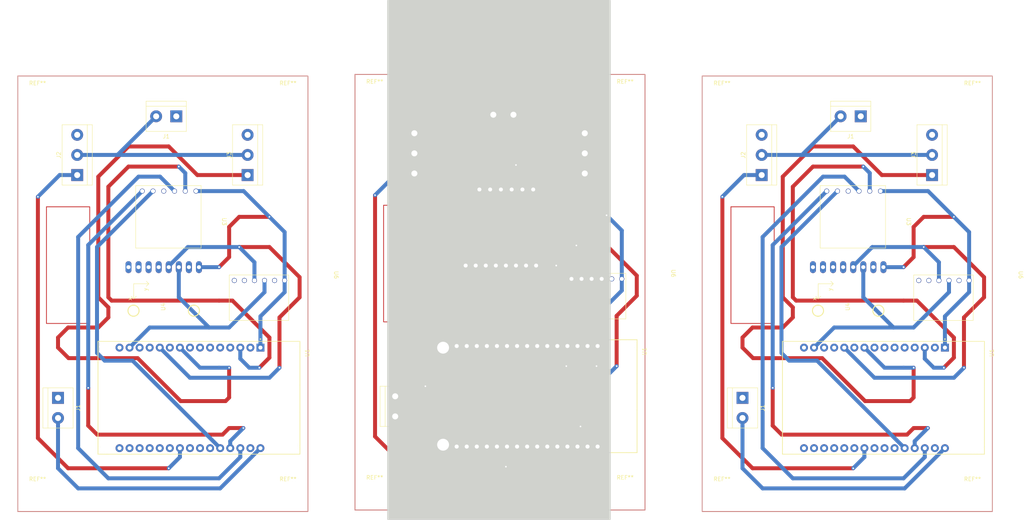
<source format=kicad_pcb>
(kicad_pcb (version 20211014) (generator pcbnew)
  (title_block (title "Ganímedes Project - Control PCB") (date "2023-05-26") (rev "1") (company "Projeto Jupiter") (comment 1 "Projected by Lucas Wu Jiajun"))
  (layers (0 "F.Cu" signal) (31 "B.Cu" signal) (34 "B.Paste" user) (35 "F.Paste" user) (36 "B.SilkS" user "B.Silkscreen") (37 "F.SilkS" user "F.Silkscreen") (38 "B.Mask" user) (39 "F.Mask" user) (44 "Edge.Cuts" user))
  (net 0 "")
  (net 1 "GND")
  (net 2 "VCC")
  (net 3 "/PWM 1")
  (net 4 "/PWM 2")
  (net 5 "/3v3")
  (net 6 "/CS")
  (net 7 "/HWP")
  (net 8 "/HHD")
  (net 12 "/SDA")
  (net 15 "/SCL")
  (net 25 "/HCLK")
  (net 26 "/HMISO")
  (net 27 "/HMOSI")
  (footprint "MountingHole:MountingHole_2.2mm_M2" (layer "F.Cu") (at 205.9 153.66)
    (fp_text reference "REF**")
    (fp_text value "MountingHole_2.2mm_M2")
  )
  (footprint "MountingHole:MountingHole_2.2mm_M2" (layer "F.Cu") (at 269.1 53.66)
    (fp_text reference "REF**")
    (fp_text value "MountingHole_2.2mm_M2")
  )
  (footprint "GY-521:GY-521" (layer "F.Cu") (at 246.62 96.92 -90)
    (fp_text reference "U4")
    (fp_text value "GY-521 - Sensor 1")
  )
  (footprint "MountingHole:MountingHole_2.2mm_M2" (layer "F.Cu") (at 118.26 53.26)
    (fp_text reference "REF**")
    (fp_text value "MountingHole_2.2mm_M2")
  )
  (footprint "TerminalBlock:TerminalBlock_bornier-2_P5.08mm" (layer "F.Cu") (at 153.26 58.42 180)
    (fp_text reference "J1")
    (fp_text value "Power Supply")
  )
  (footprint "TerminalBlock:TerminalBlock_bornier-3_P5.08mm" (layer "F.Cu") (at 171.26 73.26 90)
    (fp_text reference "J3")
    (fp_text value "Conn_01x03_Male")
  )
  (footprint "TerminalBlock:TerminalBlock_bornier-3_P5.08mm" (layer "F.Cu") (at 215.9 73.66 90)
    (fp_text reference "J2")
    (fp_text value "Conn_01x03_Male")
  )
  (footprint "Jupiter:GY BMP280" (layer "F.Cu") (at 269.265 98.885 -90)
    (fp_text reference "U6")
    (fp_text value "GY-BMP280")
  )
  (footprint "MountingHole:MountingHole_2.2mm_M2" (layer "F.Cu") (at 118.26 153.26)
    (fp_text reference "REF**")
    (fp_text value "MountingHole_2.2mm_M2")
  )
  (footprint "Jupiter:FlashMemory W25Q128" (layer "F.Cu") (at 159.515 87.3075 -90)
    (fp_text reference "U3")
    (fp_text value "FlashMemory_W25Q128")
  )
  (footprint "TerminalBlock:TerminalBlock_bornier-2_P5.08mm" (layer "F.Cu") (at 123.42 129.54 -90)
    (fp_text reference "J1")
    (fp_text value "Power Supply")
  )
  (footprint "TerminalBlock:TerminalBlock_bornier-2_P5.08mm" (layer "F.Cu") (at 240.9 58.82 180)
    (fp_text reference "J1")
    (fp_text value "Power Supply")
  )
  (footprint "TerminalBlock:TerminalBlock_bornier-2_P5.08mm" (layer "F.Cu") (at 68.18 58.82 180)
    (fp_text reference "J1")
    (fp_text value "Power Supply")
  )
  (footprint "TerminalBlock:TerminalBlock_bornier-2_P5.08mm" (layer "F.Cu") (at 211.06 129.94 -90)
    (fp_text reference "J1")
    (fp_text value "Power Supply")
  )
  (footprint "MountingHole:MountingHole_2.2mm_M2" (layer "F.Cu") (at 181.46 53.26)
    (fp_text reference "REF**")
    (fp_text value "MountingHole_2.2mm_M2")
  )
  (footprint "TerminalBlock:TerminalBlock_bornier-3_P5.08mm" (layer "F.Cu") (at 86.18 73.66 90)
    (fp_text reference "J3")
    (fp_text value "Conn_01x03_Male")
  )
  (footprint "Jupiter:FlashMemory W25Q128" (layer "F.Cu") (at 247.155 87.7075 -90)
    (fp_text reference "U3")
    (fp_text value "FlashMemory_W25Q128")
  )
  (footprint "MountingHole:MountingHole_2.2mm_M2" (layer "F.Cu") (at 181.46 153.26)
    (fp_text reference "REF**")
    (fp_text value "MountingHole_2.2mm_M2")
  )
  (footprint "ESP32-DEVKIT-V1:MODULE_ESP32_DEVKIT_V1" (layer "F.Cu") (at 158.98 129.54 -90)
    (fp_text reference "U1")
    (fp_text value "ESP32-DEVKIT-V1")
  )
  (footprint "Jupiter:GY BMP280" (layer "F.Cu") (at 96.545 98.885 -90)
    (fp_text reference "U6")
    (fp_text value "GY-BMP280")
  )
  (footprint "ESP32-DEVKIT-V1:MODULE_ESP32_DEVKIT_V1" (layer "F.Cu") (at 246.62 129.94 -90)
    (fp_text reference "U1")
    (fp_text value "ESP32-DEVKIT-V1")
  )
  (footprint "MountingHole:MountingHole_2.2mm_M2" (layer "F.Cu") (at 205.9 53.66)
    (fp_text reference "REF**")
    (fp_text value "MountingHole_2.2mm_M2")
  )
  (footprint "GY-521:GY-521" (layer "F.Cu") (at 158.98 96.52 -90)
    (fp_text reference "U4")
    (fp_text value "GY-521 - Sensor 1")
  )
  (footprint "MountingHole:MountingHole_2.2mm_M2" (layer "F.Cu") (at 96.38 153.66)
    (fp_text reference "REF**")
    (fp_text value "MountingHole_2.2mm_M2")
  )
  (footprint "TerminalBlock:TerminalBlock_bornier-3_P5.08mm" (layer "F.Cu") (at 128.26 73.26 90)
    (fp_text reference "J2")
    (fp_text value "Conn_01x03_Male")
  )
  (footprint "Symbol:Logo_Preto - Copia" (layer "F.Cu") (at 38.975 96.412 90)
    (fp_text reference "G***" hide)
    (fp_text value "LOGO" hide)
  )
  (footprint "Symbol:Logo_Preto - Copia" (layer "F.Cu") (at 124.055 96.012 90)
    (fp_text reference "G***" hide)
    (fp_text value "LOGO" hide)
  )
  (footprint "MountingHole:MountingHole_2.2mm_M2" (layer "F.Cu") (at 33.18 53.66)
    (fp_text reference "REF**")
    (fp_text value "MountingHole_2.2mm_M2")
  )
  (footprint "TerminalBlock:TerminalBlock_bornier-3_P5.08mm" (layer "F.Cu") (at 258.9 73.66 90)
    (fp_text reference "J3")
    (fp_text value "Conn_01x03_Male")
  )
  (footprint "Symbol:Logo_Preto - Copia" (layer "F.Cu") (at 211.695 96.412 90)
    (fp_text reference "G***" hide)
    (fp_text value "LOGO" hide)
  )
  (footprint "TerminalBlock:TerminalBlock_bornier-3_P5.08mm" (layer "F.Cu") (at 43.18 73.66 90)
    (fp_text reference "J2")
    (fp_text value "Conn_01x03_Male")
  )
  (footprint "ESP32-DEVKIT-V1:MODULE_ESP32_DEVKIT_V1" (layer "F.Cu") (at 73.9 129.94 -90)
    (fp_text reference "U1")
    (fp_text value "ESP32-DEVKIT-V1")
  )
  (footprint "Jupiter:FlashMemory W25Q128" (layer "F.Cu") (at 74.435 87.7075 -90)
    (fp_text reference "U3")
    (fp_text value "FlashMemory_W25Q128")
  )
  (footprint "MountingHole:MountingHole_2.2mm_M2" (layer "F.Cu") (at 269.1 153.66)
    (fp_text reference "REF**")
    (fp_text value "MountingHole_2.2mm_M2")
  )
  (footprint "GY-521:GY-521" (layer "F.Cu") (at 73.9 96.92 -90)
    (fp_text reference "U4")
    (fp_text value "GY-521 - Sensor 1")
  )
  (footprint "MountingHole:MountingHole_2.2mm_M2" (layer "F.Cu") (at 33.18 153.66)
    (fp_text reference "REF**")
    (fp_text value "MountingHole_2.2mm_M2")
  )
  (footprint "Jupiter:GY BMP280" (layer "F.Cu") (at 181.625 98.485 -90)
    (fp_text reference "U6")
    (fp_text value "GY-BMP280")
  )
  (footprint "TerminalBlock:TerminalBlock_bornier-2_P5.08mm" (layer "F.Cu") (at 38.34 129.94 -90)
    (fp_text reference "J1")
    (fp_text value "Power Supply")
  )
  (footprint "MountingHole:MountingHole_2.2mm_M2" (layer "F.Cu") (at 96.38 53.66)
    (fp_text reference "REF**")
    (fp_text value "MountingHole_2.2mm_M2")
  )
  (gr_rect (start 35.419 81.68) (end 46.341 111.144) (layer "F.Cu") (width 0.2) (fill none))
  (gr_rect (start 28.18 48.66) (end 101.38 158.66) (layer "F.Cu") (width 0.2) (fill none))
  (gr_rect (start 200.9 48.66) (end 274.1 158.66) (layer "F.Cu") (width 0.2) (fill none))
  (gr_rect (start 113.26 48.26) (end 186.46 158.26) (layer "F.Cu") (width 0.2) (fill none))
  (gr_rect (start 208.139 81.68) (end 219.061 111.144) (layer "F.Cu") (width 0.2) (fill none))
  (gr_rect (start 120.499 81.28) (end 131.421 110.744) (layer "F.Cu") (width 0.2) (fill none))
  (gr_rect (start 200.9 48.66) (end 274.1 158.66) (layer "Edge.Cuts") (width 0.1) (fill none))
  (gr_rect (start 113.26 48.26) (end 186.46 158.26) (layer "Edge.Cuts") (width 0.1) (fill none))
  (gr_rect (start 28.18 48.66) (end 101.38 158.66) (layer "Edge.Cuts") (width 0.1) (fill none))
  (segment (start 128.5 152.4) (end 164.335 152.4) (width 1) (layer "B.Cu") (net 2))
  (segment (start 251.975 152.8) (end 262.135 142.64) (width 1) (layer "B.Cu") (net 2))
  (segment (start 138.42 68.18) (end 138.26 68.18) (width 1) (layer "B.Cu") (net 2))
  (segment (start 226.06 68.58) (end 225.9 68.58) (width 1) (layer "B.Cu") (net 2))
  (segment (start 79.255 152.8) (end 89.415 142.64) (width 1) (layer "B.Cu") (net 2))
  (segment (start 38.34 147.72) (end 43.42 152.8) (width 1) (layer "B.Cu") (net 2))
  (segment (start 53.34 68.58) (end 53.18 68.58) (width 1) (layer "B.Cu") (net 2))
  (segment (start 211.06 147.72) (end 216.14 152.8) (width 1) (layer "B.Cu") (net 2))
  (segment (start 164.335 152.4) (end 174.495 142.24) (width 1) (layer "B.Cu") (net 2))
  (segment (start 148.18 58.42) (end 138.42 68.18) (width 1) (layer "B.Cu") (net 2))
  (segment (start 63.1 58.82) (end 53.34 68.58) (width 1) (layer "B.Cu") (net 2))
  (segment (start 38.34 135.02) (end 38.34 147.72) (width 1) (layer "B.Cu") (net 2))
  (segment (start 123.42 134.62) (end 123.42 147.32) (width 1) (layer "B.Cu") (net 2))
  (segment (start 53.18 68.58) (end 43.18 68.58) (width 1) (layer "B.Cu") (net 2))
  (segment (start 43.42 152.8) (end 79.255 152.8) (width 1) (layer "B.Cu") (net 2))
  (segment (start 216.14 152.8) (end 251.975 152.8) (width 1) (layer "B.Cu") (net 2))
  (segment (start 258.9 68.58) (end 225.9 68.58) (width 1) (layer "B.Cu") (net 2))
  (segment (start 225.9 68.58) (end 215.9 68.58) (width 1) (layer "B.Cu") (net 2))
  (segment (start 211.06 135.02) (end 211.06 147.72) (width 1) (layer "B.Cu") (net 2))
  (segment (start 86.18 68.58) (end 53.18 68.58) (width 1) (layer "B.Cu") (net 2))
  (segment (start 235.82 58.82) (end 226.06 68.58) (width 1) (layer "B.Cu") (net 2))
  (segment (start 138.26 68.18) (end 128.26 68.18) (width 1) (layer "B.Cu") (net 2))
  (segment (start 171.26 68.18) (end 138.26 68.18) (width 1) (layer "B.Cu") (net 2))
  (segment (start 123.42 147.32) (end 128.5 152.4) (width 1) (layer "B.Cu") (net 2))
  (segment (start 33.26 140.1) (end 33.26 79.14) (width 1) (layer "F.Cu") (net 3))
  (segment (start 151.36 147.32) (end 125.96 147.32) (width 1) (layer "F.Cu") (net 3))
  (segment (start 213.6 147.72) (end 205.98 140.1) (width 1) (layer "F.Cu") (net 3))
  (segment (start 205.98 140.1) (end 205.98 79.14) (width 1) (layer "F.Cu") (net 3))
  (segment (start 66.28 147.72) (end 40.88 147.72) (width 1) (layer "F.Cu") (net 3))
  (segment (start 239 147.72) (end 213.6 147.72) (width 1) (layer "F.Cu") (net 3))
  (segment (start 118.34 139.7) (end 118.34 78.74) (width 1) (layer "F.Cu") (net 3))
  (segment (start 40.88 147.72) (end 33.26 140.1) (width 1) (layer "F.Cu") (net 3))
  (segment (start 125.96 147.32) (end 118.34 139.7) (width 1) (layer "F.Cu") (net 3))
  (via (at 205.98 79.14) (size 0.8) (drill 0.4) (layers "F.Cu" "B.Cu") (net 3))
  (via (at 66.28 147.72) (size 0.8) (drill 0.4) (layers "F.Cu" "B.Cu") (net 3))
  (via (at 33.26 79.14) (size 0.8) (drill 0.4) (layers "F.Cu" "B.Cu") (net 3))
  (via (at 151.36 147.32) (size 0.8) (drill 0.4) (layers "F.Cu" "B.Cu") (net 3))
  (via (at 118.34 78.74) (size 0.8) (drill 0.4) (layers "F.Cu" "B.Cu") (net 3))
  (via (at 239 147.72) (size 0.8) (drill 0.4) (layers "F.Cu" "B.Cu") (net 3))
  (segment (start 123.82 73.26) (end 118.34 78.74) (width 1) (layer "B.Cu") (net 3))
  (segment (start 38.74 73.66) (end 33.26 79.14) (width 1) (layer "B.Cu") (net 3))
  (segment (start 69.095 144.905) (end 66.28 147.72) (width 1) (layer "B.Cu") (net 3))
  (segment (start 241.815 144.905) (end 239 147.72) (width 1) (layer "B.Cu") (net 3))
  (segment (start 215.9 73.66) (end 211.46 73.66) (width 1) (layer "B.Cu") (net 3))
  (segment (start 241.815 142.64) (end 241.815 144.905) (width 1) (layer "B.Cu") (net 3))
  (segment (start 128.26 73.26) (end 123.82 73.26) (width 1) (layer "B.Cu") (net 3))
  (segment (start 154.175 144.505) (end 151.36 147.32) (width 1) (layer "B.Cu") (net 3))
  (segment (start 43.18 73.66) (end 38.74 73.66) (width 1) (layer "B.Cu") (net 3))
  (segment (start 69.095 142.64) (end 69.095 144.905) (width 1) (layer "B.Cu") (net 3))
  (segment (start 154.175 142.24) (end 154.175 144.505) (width 1) (layer "B.Cu") (net 3))
  (segment (start 211.46 73.66) (end 205.98 79.14) (width 1) (layer "B.Cu") (net 3))
  (segment (start 38.34 114.7) (end 40.88 112.16) (width 1) (layer "F.Cu") (net 4))
  (segment (start 246.22 73.66) (end 239 66.44) (width 1) (layer "F.Cu") (net 4))
  (segment (start 223.76 109.62) (end 223.76 107.08) (width 1) (layer "F.Cu") (net 4))
  (segment (start 66.28 66.44) (end 56.12 66.44) (width 1) (layer "F.Cu") (net 4))
  (segment (start 158.58 73.26) (end 151.36 66.04) (width 1) (layer "F.Cu") (net 4))
  (segment (start 141.2 66.04) (end 133.58 73.66) (width 1) (layer "F.Cu") (net 4))
  (segment (start 126.090001 119.510001) (end 123.42 116.84) (width 1) (layer "F.Cu") (net 4))
  (segment (start 242.000912 130.750136) (end 231.160777 119.910001) (width 1) (layer "F.Cu") (net 4))
  (segment (start 125.96 111.76) (end 133.58 111.76) (width 1) (layer "F.Cu") (net 4))
  (segment (start 73.5 73.66) (end 66.28 66.44) (width 1) (layer "F.Cu") (net 4))
  (segment (start 171.26 73.26) (end 158.58 73.26) (width 1) (layer "F.Cu") (net 4))
  (segment (start 258.9 73.66) (end 246.22 73.66) (width 1) (layer "F.Cu") (net 4))
  (segment (start 48.5 104.54) (end 48.5 74.06) (width 1) (layer "F.Cu") (net 4))
  (segment (start 231.160777 119.910001) (end 213.730001 119.910001) (width 1) (layer "F.Cu") (net 4))
  (segment (start 165.697128 130.350136) (end 166.6 129.447264) (width 1) (layer "F.Cu") (net 4))
  (segment (start 154.360912 130.350136) (end 143.520777 119.510001) (width 1) (layer "F.Cu") (net 4))
  (segment (start 80.617128 130.750136) (end 81.52 129.847264) (width 1) (layer "F.Cu") (net 4))
  (segment (start 223.76 107.08) (end 221.22 104.54) (width 1) (layer "F.Cu") (net 4))
  (segment (start 166.6 129.447264) (end 166.6 121.92) (width 1) (layer "F.Cu") (net 4))
  (segment (start 136.12 109.22) (end 136.12 106.68) (width 1) (layer "F.Cu") (net 4))
  (segment (start 211.06 117.24) (end 211.06 114.7) (width 1) (layer "F.Cu") (net 4))
  (segment (start 133.58 104.14) (end 133.58 73.66) (width 1) (layer "F.Cu") (net 4))
  (segment (start 242.000912 130.750136) (end 253.337128 130.750136) (width 1) (layer "F.Cu") (net 4))
  (segment (start 123.42 114.3) (end 125.96 111.76) (width 1) (layer "F.Cu") (net 4))
  (segment (start 69.280912 130.750136) (end 80.617128 130.750136) (width 1) (layer "F.Cu") (net 4))
  (segment (start 38.34 117.24) (end 38.34 114.7) (width 1) (layer "F.Cu") (net 4))
  (segment (start 41.010001 119.910001) (end 38.34 117.24) (width 1) (layer "F.Cu") (net 4))
  (segment (start 213.730001 119.910001) (end 211.06 117.24) (width 1) (layer "F.Cu") (net 4))
  (segment (start 133.58 111.76) (end 136.12 109.22) (width 1) (layer "F.Cu") (net 4))
  (segment (start 86.18 73.66) (end 73.5 73.66) (width 1) (layer "F.Cu") (net 4))
  (segment (start 253.337128 130.750136) (end 254.24 129.847264) (width 1) (layer "F.Cu") (net 4))
  (segment (start 143.520777 119.510001) (end 126.090001 119.510001) (width 1) (layer "F.Cu") (net 4))
  (segment (start 213.6 112.16) (end 221.22 112.16) (width 1) (layer "F.Cu") (net 4))
  (segment (start 51.04 107.08) (end 48.5 104.54) (width 1) (layer "F.Cu") (net 4))
  (segment (start 56.12 66.44) (end 48.5 74.06) (width 1) (layer "F.Cu") (net 4))
  (segment (start 81.52 129.847264) (end 81.52 122.32) (width 1) (layer "F.Cu") (net 4))
  (segment (start 221.22 104.54) (end 221.22 74.06) (width 1) (layer "F.Cu") (net 4))
  (segment (start 254.24 129.847264) (end 254.24 122.32) (width 1) (layer "F.Cu") (net 4))
  (segment (start 69.280912 130.750136) (end 58.440777 119.910001) (width 1) (layer "F.Cu") (net 4))
  (segment (start 239 66.44) (end 228.84 66.44) (width 1) (layer "F.Cu") (net 4))
  (segment (start 154.360912 130.350136) (end 165.697128 130.350136) (width 1) (layer "F.Cu") (net 4))
  (segment (start 221.22 112.16) (end 223.76 109.62) (width 1) (layer "F.Cu") (net 4))
  (segment (start 228.84 66.44) (end 221.22 74.06) (width 1) (layer "F.Cu") (net 4))
  (segment (start 151.36 66.04) (end 141.2 66.04) (width 1) (layer "F.Cu") (net 4))
  (segment (start 48.5 112.16) (end 51.04 109.62) (width 1) (layer "F.Cu") (net 4))
  (segment (start 123.42 116.84) (end 123.42 114.3) (width 1) (layer "F.Cu") (net 4))
  (segment (start 40.88 112.16) (end 48.5 112.16) (width 1) (layer "F.Cu") (net 4))
  (segment (start 58.440777 119.910001) (end 41.010001 119.910001) (width 1) (layer "F.Cu") (net 4))
  (segment (start 211.06 114.7) (end 213.6 112.16) (width 1) (layer "F.Cu") (net 4))
  (segment (start 136.12 106.68) (end 133.58 104.14) (width 1) (layer "F.Cu") (net 4))
  (segment (start 51.04 109.62) (end 51.04 107.08) (width 1) (layer "F.Cu") (net 4))
  (via (at 254.24 122.32) (size 0.8) (drill 0.4) (layers "F.Cu" "B.Cu") (net 4))
  (via (at 166.6 121.92) (size 0.8) (drill 0.4) (layers "F.Cu" "B.Cu") (net 4))
  (via (at 81.52 122.32) (size 0.8) (drill 0.4) (layers "F.Cu" "B.Cu") (net 4))
  (segment (start 74.175 122.32) (end 78.98 122.32) (width 1) (layer "B.Cu") (net 4))
  (segment (start 69.095 117.24) (end 74.175 122.32) (width 1) (layer "B.Cu") (net 4))
  (segment (start 251.7 122.32) (end 254.24 122.32) (width 1) (layer "B.Cu") (net 4))
  (segment (start 78.98 122.32) (end 81.52 122.32) (width 1) (layer "B.Cu") (net 4))
  (segment (start 246.895 122.32) (end 251.7 122.32) (width 1) (layer "B.Cu") (net 4))
  (segment (start 164.06 121.92) (end 166.6 121.92) (width 1) (layer "B.Cu") (net 4))
  (segment (start 154.175 116.84) (end 159.255 121.92) (width 1) (layer "B.Cu") (net 4))
  (segment (start 159.255 121.92) (end 164.06 121.92) (width 1) (layer "B.Cu") (net 4))
  (segment (start 241.815 117.24) (end 246.895 122.32) (width 1) (layer "B.Cu") (net 4))
  (segment (start 81.52 86.76) (end 84.06 84.22) (width 1) (layer "F.Cu") (net 5))
  (segment (start 81.52 94.38) (end 81.52 86.76) (width 1) (layer "F.Cu") (net 5))
  (segment (start 254.24 86.76) (end 256.78 84.22) (width 1) (layer "F.Cu") (net 5))
  (segment (start 166.6 93.98) (end 166.6 86.36) (width 1) (layer "F.Cu") (net 5))
  (segment (start 251.7 96.92) (end 254.24 94.38) (width 1) (layer "F.Cu") (net 5))
  (segment (start 166.6 86.36) (end 169.14 83.82) (width 1) (layer "F.Cu") (net 5))
  (segment (start 169.14 83.82) (end 176.76 83.82) (width 1) (layer "F.Cu") (net 5))
  (segment (start 78.98 96.92) (end 81.52 94.38) (width 1) (layer "F.Cu") (net 5))
  (segment (start 164.06 96.52) (end 166.6 93.98) (width 1) (layer "F.Cu") (net 5))
  (segment (start 254.24 94.38) (end 254.24 86.76) (width 1) (layer "F.Cu") (net 5))
  (segment (start 256.78 84.22) (end 264.4 84.22) (width 1) (layer "F.Cu") (net 5))
  (segment (start 84.06 84.22) (end 91.68 84.22) (width 1) (layer "F.Cu") (net 5))
  (via (at 176.76 83.82) (size 0.8) (drill 0.4) (layers "F.Cu" "B.Cu") (net 5))
  (via (at 264.4 84.22) (size 0.8) (drill 0.4) (layers "F.Cu" "B.Cu") (net 5))
  (via (at 251.7 96.92) (size 0.8) (drill 0.4) (layers "F.Cu" "B.Cu") (net 5))
  (via (at 78.98 96.92) (size 0.8) (drill 0.4) (layers "F.Cu" "B.Cu") (net 5))
  (via (at 164.06 96.52) (size 0.8) (drill 0.4) (layers "F.Cu" "B.Cu") (net 5))
  (via (at 164.06 96.52) (size 0.8) (drill 0.4) (layers "F.Cu" "B.Cu") (net 5))
  (via (at 251.7 96.92) (size 0.8) (drill 0.4) (layers "F.Cu" "B.Cu") (net 5))
  (via (at 78.98 96.92) (size 0.8) (drill 0.4) (layers "F.Cu" "B.Cu") (net 5))
  (via (at 91.68 84.22) (size 0.8) (drill 0.4) (layers "F.Cu" "B.Cu") (net 5))
  (segment (start 95.524 103.236) (end 89.415 109.345) (width 1) (layer "B.Cu") (net 5))
  (segment (start 89.415 109.345) (end 89.415 117.24) (width 1) (layer "B.Cu") (net 5))
  (segment (start 257.8875 77.7075) (end 245.882 77.7075) (width 1) (layer "B.Cu") (net 5))
  (segment (start 268.244 100.285) (end 268.244 88.064) (width 1) (layer "B.Cu") (net 5))
  (segment (start 95.524 100.285) (end 95.524 88.064) (width 1) (layer "B.Cu") (net 5))
  (segment (start 174.495 108.945) (end 174.495 116.84) (width 1) (layer "B.Cu") (net 5))
  (segment (start 180.604 102.836) (end 174.495 108.945) (width 1) (layer "B.Cu") (net 5))
  (segment (start 262.135 109.345) (end 262.135 117.24) (width 1) (layer "B.Cu") (net 5))
  (segment (start 180.604 99.885) (end 180.604 87.664) (width 1) (layer "B.Cu") (net 5))
  (segment (start 95.524 100.285) (end 95.524 103.236) (width 1) (layer "B.Cu") (net 5))
  (segment (start 180.604 87.664) (end 170.2475 77.3075) (width 1) (layer "B.Cu") (net 5))
  (segment (start 268.244 103.236) (end 262.135 109.345) (width 1) (layer "B.Cu") (net 5))
  (segment (start 158.98 96.52) (end 164.06 96.52) (width 1) (layer "B.Cu") (net 5))
  (segment (start 268.244 88.064) (end 257.8875 77.7075) (width 1) (layer "B.Cu") (net 5))
  (segment (start 170.2475 77.3075) (end 158.242 77.3075) (width 1) (layer "B.Cu") (net 5))
  (segment (start 85.1675 77.7075) (end 73.162 77.7075) (width 1) (layer "B.Cu") (net 5))
  (segment (start 268.244 100.285) (end 268.244 103.236) (width 1) (layer "B.Cu") (net 5))
  (segment (start 95.524 88.064) (end 85.1675 77.7075) (width 1) (layer "B.Cu") (net 5))
  (segment (start 246.62 96.92) (end 251.7 96.92) (width 1) (layer "B.Cu") (net 5))
  (segment (start 180.604 99.885) (end 180.604 102.836) (width 1) (layer "B.Cu") (net 5))
  (segment (start 73.9 96.92) (end 78.98 96.92) (width 1) (layer "B.Cu") (net 5))
  (segment (start 91.68 114.7) (end 91.68 119.78) (width 1) (layer "F.Cu") (net 6))
  (segment (start 51.04 76.6) (end 51.04 104.54) (width 1) (layer "F.Cu") (net 6))
  (segment (start 82.346136 105.366136) (end 91.68 114.7) (width 1) (layer "F.Cu") (net 6))
  (segment (start 51.866136 105.366136) (end 78.98 105.366136) (width 1) (layer "F.Cu") (net 6))
  (segment (start 91.68 119.78) (end 89.14 122.32) (width 1) (layer "F.Cu") (net 6))
  (segment (start 78.98 105.366136) (end 82.346136 105.366136) (width 1) (layer "F.Cu") (net 6))
  (segment (start 251.7 105.366136) (end 255.066136 105.366136) (width 1) (layer "F.Cu") (net 6))
  (segment (start 141.2 71.12) (end 136.12 76.2) (width 1) (layer "F.Cu") (net 6))
  (segment (start 136.12 104.14) (end 136.946136 104.966136) (width 1) (layer "F.Cu") (net 6))
  (segment (start 264.4 119.78) (end 261.86 122.32) (width 1) (layer "F.Cu") (net 6))
  (segment (start 167.426136 104.966136) (end 176.76 114.3) (width 1) (layer "F.Cu") (net 6))
  (segment (start 176.76 119.38) (end 174.22 121.92) (width 1) (layer "F.Cu") (net 6))
  (segment (start 255.066136 105.366136) (end 264.4 114.7) (width 1) (layer "F.Cu") (net 6))
  (segment (start 136.12 76.2) (end 136.12 104.14) (width 1) (layer "F.Cu") (net 6))
  (segment (start 241.54 71.52) (end 228.84 71.52) (width 1) (layer "F.Cu") (net 6))
  (segment (start 176.76 114.3) (end 176.76 119.38) (width 1) (layer "F.Cu") (net 6))
  (segment (start 164.06 104.966136) (end 167.426136 104.966136) (width 1) (layer "F.Cu") (net 6))
  (segment (start 223.76 76.6) (end 223.76 104.54) (width 1) (layer "F.Cu") (net 6))
  (segment (start 153.9 71.12) (end 141.2 71.12) (width 1) (layer "F.Cu") (net 6))
  (segment (start 228.84 71.52) (end 223.76 76.6) (width 1) (layer "F.Cu") (net 6))
  (segment (start 68.82 71.52) (end 56.12 71.52) (width 1) (layer "F.Cu") (net 6))
  (segment (start 56.12 71.52) (end 51.04 76.6) (width 1) (layer "F.Cu") (net 6))
  (segment (start 136.946136 104.966136) (end 164.06 104.966136) (width 1) (layer "F.Cu") (net 6))
  (segment (start 224.586136 105.366136) (end 251.7 105.366136) (width 1) (layer "F.Cu") (net 6))
  (segment (start 264.4 114.7) (end 264.4 119.78) (width 1) (layer "F.Cu") (net 6))
  (segment (start 223.76 104.54) (end 224.586136 105.366136) (width 1) (layer "F.Cu") (net 6))
  (segment (start 51.04 104.54) (end 51.866136 105.366136) (width 1) (layer "F.Cu") (net 6))
  (via (at 241.54 71.52) (size 0.8) (drill 0.4) (layers "F.Cu" "B.Cu") (net 6))
  (via (at 261.86 122.32) (size 0.8) (drill 0.4) (layers "F.Cu" "B.Cu") (net 6))
  (via (at 153.9 71.12) (size 0.8) (drill 0.4) (layers "F.Cu" "B.Cu") (net 6))
  (via (at 174.22 121.92) (size 0.8) (drill 0.4) (layers "F.Cu" "B.Cu") (net 6))
  (via (at 89.14 122.32) (size 0.8) (drill 0.4) (layers "F.Cu" "B.Cu") (net 6))
  (via (at 68.82 71.52) (size 0.8) (drill 0.4) (layers "F.Cu" "B.Cu") (net 6))
  (segment (start 257.055 117.24) (end 257.055 120.055) (width 1) (layer "B.Cu") (net 6))
  (segment (start 70.45 77.7075) (end 70.45 73.15) (width 1) (layer "B.Cu") (net 6))
  (segment (start 84.335 120.055) (end 86.6 122.32) (width 1) (layer "B.Cu") (net 6))
  (segment (start 259.32 122.32) (end 261.86 122.32) (width 1) (layer "B.Cu") (net 6))
  (segment (start 257.055 120.055) (end 259.32 122.32) (width 1) (layer "B.Cu") (net 6))
  (segment (start 86.6 122.32) (end 89.14 122.32) (width 1) (layer "B.Cu") (net 6))
  (segment (start 169.415 119.655) (end 171.68 121.92) (width 1) (layer "B.Cu") (net 6))
  (segment (start 70.45 73.15) (end 68.82 71.52) (width 1) (layer "B.Cu") (net 6))
  (segment (start 155.53 72.75) (end 153.9 71.12) (width 1) (layer "B.Cu") (net 6))
  (segment (start 171.68 121.92) (end 174.22 121.92) (width 1) (layer "B.Cu") (net 6))
  (segment (start 169.415 116.84) (end 169.415 119.655) (width 1) (layer "B.Cu") (net 6))
  (segment (start 84.335 117.24) (end 84.335 120.055) (width 1) (layer "B.Cu") (net 6))
  (segment (start 243.17 73.15) (end 241.54 71.52) (width 1) (layer "B.Cu") (net 6))
  (segment (start 243.17 77.7075) (end 243.17 73.15) (width 1) (layer "B.Cu") (net 6))
  (segment (start 155.53 77.3075) (end 155.53 72.75) (width 1) (layer "B.Cu") (net 6))
  (segment (start 84.06 91.84) (end 91.68 91.84) (width 1) (layer "F.Cu") (net 12))
  (segment (start 91.68 91.84) (end 99.3 99.46) (width 1) (layer "F.Cu") (net 12))
  (segment (start 184.38 99.06) (end 184.38 104.14) (width 1) (layer "F.Cu") (net 12))
  (segment (start 272.02 104.54) (end 266.94 109.62) (width 1) (layer "F.Cu") (net 12))
  (segment (start 184.38 104.14) (end 179.3 109.22) (width 1) (layer "F.Cu") (net 12))
  (segment (start 99.3 104.54) (end 94.22 109.62) (width 1) (layer "F.Cu") (net 12))
  (segment (start 99.3 99.46) (end 99.3 104.54) (width 1) (layer "F.Cu") (net 12))
  (segment (start 176.76 91.44) (end 184.38 99.06) (width 1) (layer "F.Cu") (net 12))
  (segment (start 169.14 91.44) (end 176.76 91.44) (width 1) (layer "F.Cu") (net 12))
  (segment (start 264.4 91.84) (end 272.02 99.46) (width 1) (layer "F.Cu") (net 12))
  (segment (start 94.22 109.62) (end 94.22 122.32) (width 1) (layer "F.Cu") (net 12))
  (segment (start 266.94 109.62) (end 266.94 122.32) (width 1) (layer "F.Cu") (net 12))
  (segment (start 256.78 91.84) (end 264.4 91.84) (width 1) (layer "F.Cu") (net 12))
  (segment (start 179.3 109.22) (end 179.3 121.92) (width 1) (layer "F.Cu") (net 12))
  (segment (start 272.02 99.46) (end 272.02 104.54) (width 1) (layer "F.Cu") (net 12))
  (via (at 84.06 91.84) (size 0.8) (drill 0.4) (layers "F.Cu" "B.Cu") (net 12))
  (via (at 256.78 91.84) (size 0.8) (drill 0.4) (layers "F.Cu" "B.Cu") (net 12))
  (via (at 179.3 121.92) (size 0.8) (drill 0.4) (layers "F.Cu" "B.Cu") (net 12))
  (via (at 266.94 122.32) (size 0.8) (drill 0.4) (layers "F.Cu" "B.Cu") (net 12))
  (via (at 169.14 91.44) (size 0.8) (drill 0.4) (layers "F.Cu" "B.Cu") (net 12))
  (via (at 94.22 122.32) (size 0.8) (drill 0.4) (layers "F.Cu" "B.Cu") (net 12))
  (segment (start 156.169733 91.44) (end 151.36 96.249733) (width 1) (layer "B.Cu") (net 12))
  (segment (start 260.624 100.285) (end 260.624 95.684) (width 1) (layer "B.Cu") (net 12))
  (segment (start 172.984 99.885) (end 172.984 95.284) (width 1) (layer "B.Cu") (net 12))
  (segment (start 66.28 96.649733) (end 66.28 96.92) (width 1) (layer "B.Cu") (net 12))
  (segment (start 266.94 122.32) (end 264.4 124.86) (width 1) (layer "B.Cu") (net 12))
  (segment (start 91.68 124.86) (end 71.635 124.86) (width 1) (layer "B.Cu") (net 12))
  (segment (start 179.3 121.92) (end 176.76 124.46) (width 1) (layer "B.Cu") (net 12))
  (segment (start 244.355 124.86) (end 236.735 117.24) (width 1) (layer "B.Cu") (net 12))
  (segment (start 156.715 124.46) (end 149.095 116.84) (width 1) (layer "B.Cu") (net 12))
  (segment (start 151.36 96.249733) (end 151.36 96.52) (width 1) (layer "B.Cu") (net 12))
  (segment (start 71.635 124.86) (end 64.015 117.24) (width 1) (layer "B.Cu") (net 12))
  (segment (start 169.14 91.44) (end 156.169733 91.44) (width 1) (layer "B.Cu") (net 12))
  (segment (start 243.809733 91.84) (end 239 96.649733) (width 1) (layer "B.Cu") (net 12))
  (segment (start 256.78 91.84) (end 243.809733 91.84) (width 1) (layer "B.Cu") (net 12))
  (segment (start 94.22 122.32) (end 91.68 124.86) (width 1) (layer "B.Cu") (net 12))
  (segment (start 87.904 100.285) (end 87.904 95.684) (width 1) (layer "B.Cu") (net 12))
  (segment (start 176.76 124.46) (end 156.715 124.46) (width 1) (layer "B.Cu") (net 12))
  (segment (start 84.06 91.84) (end 71.089733 91.84) (width 1) (layer "B.Cu") (net 12))
  (segment (start 239 96.649733) (end 239 96.92) (width 1) (layer "B.Cu") (net 12))
  (segment (start 260.624 95.684) (end 256.78 91.84) (width 1) (layer "B.Cu") (net 12))
  (segment (start 87.904 95.684) (end 84.06 91.84) (width 1) (layer "B.Cu") (net 12))
  (segment (start 172.984 95.284) (end 169.14 91.44) (width 1) (layer "B.Cu") (net 12))
  (segment (start 71.089733 91.84) (end 66.28 96.649733) (width 1) (layer "B.Cu") (net 12))
  (segment (start 264.4 124.86) (end 244.355 124.86) (width 1) (layer "B.Cu") (net 12))
  (segment (start 146.555 111.76) (end 166.6 111.76) (width 1) (layer "B.Cu") (net 15))
  (segment (start 90.444 103.236) (end 90.444 100.285) (width 1) (layer "B.Cu") (net 15))
  (segment (start 254.24 112.16) (end 263.164 103.236) (width 1) (layer "B.Cu") (net 15))
  (segment (start 81.52 112.16) (end 90.444 103.236) (width 1) (layer "B.Cu") (net 15))
  (segment (start 153.9 96.52) (end 153.9 104.14) (width 1) (layer "B.Cu") (net 15))
  (segment (start 68.82 104.54) (end 76.44 112.16) (width 1) (layer "B.Cu") (net 15))
  (segment (start 241.54 96.92) (end 241.54 104.54) (width 1) (layer "B.Cu") (net 15))
  (segment (start 229.115 117.24) (end 234.195 112.16) (width 1) (layer "B.Cu") (net 15))
  (segment (start 241.54 104.54) (end 249.16 112.16) (width 1) (layer "B.Cu") (net 15))
  (segment (start 153.9 104.14) (end 161.52 111.76) (width 1) (layer "B.Cu") (net 15))
  (segment (start 166.6 111.76) (end 175.524 102.836) (width 1) (layer "B.Cu") (net 15))
  (segment (start 175.524 102.836) (end 175.524 99.885) (width 1) (layer "B.Cu") (net 15))
  (segment (start 56.395 117.24) (end 61.475 112.16) (width 1) (layer "B.Cu") (net 15))
  (segment (start 234.195 112.16) (end 254.24 112.16) (width 1) (layer "B.Cu") (net 15))
  (segment (start 141.475 116.84) (end 146.555 111.76) (width 1) (layer "B.Cu") (net 15))
  (segment (start 68.82 96.92) (end 68.82 104.54) (width 1) (layer "B.Cu") (net 15))
  (segment (start 61.475 112.16) (end 81.52 112.16) (width 1) (layer "B.Cu") (net 15))
  (segment (start 263.164 103.236) (end 263.164 100.285) (width 1) (layer "B.Cu") (net 15))
  (segment (start 147.382 77.3075) (end 133.254999 91.434501) (width 1) (layer "B.Cu") (net 25))
  (segment (start 222.833017 120.53) (end 229.865 120.53) (width 1) (layer "B.Cu") (net 25))
  (segment (start 133.254999 118.191982) (end 135.193017 120.13) (width 1) (layer "B.Cu") (net 25))
  (segment (start 133.254999 91.434501) (end 133.254999 118.191982) (width 1) (layer "B.Cu") (net 25))
  (segment (start 50.113017 120.53) (end 57.145 120.53) (width 1) (layer "B.Cu") (net 25))
  (segment (start 220.894999 118.591982) (end 222.833017 120.53) (width 1) (layer "B.Cu") (net 25))
  (segment (start 220.894999 91.834501) (end 220.894999 118.591982) (width 1) (layer "B.Cu") (net 25))
  (segment (start 48.174999 91.834501) (end 48.174999 118.591982) (width 1) (layer "B.Cu") (net 25))
  (segment (start 235.022 77.7075) (end 220.894999 91.834501) (width 1) (layer "B.Cu") (net 25))
  (segment (start 62.302 77.7075) (end 48.174999 91.834501) (width 1) (layer "B.Cu") (net 25))
  (segment (start 48.174999 118.591982) (end 50.113017 120.53) (width 1) (layer "B.Cu") (net 25))
  (segment (start 135.193017 120.13) (end 142.225 120.13) (width 1) (layer "B.Cu") (net 25))
  (segment (start 229.865 120.53) (end 251.975 142.64) (width 1) (layer "B.Cu") (net 25))
  (segment (start 142.225 120.13) (end 164.335 142.24) (width 1) (layer "B.Cu") (net 25))
  (segment (start 57.145 120.53) (end 79.255 142.64) (width 1) (layer "B.Cu") (net 25))
  (segment (start 45.96 127.4) (end 45.96 136.962108) (width 1) (layer "F.Cu") (net 26))
  (segment (start 218.68 136.962108) (end 220.937892 139.22) (width 1) (layer "F.Cu") (net 26))
  (segment (start 81.52 137.56) (end 85.1 137.56) (width 1) (layer "F.Cu") (net 26))
  (segment (start 45.96 136.962108) (end 48.217892 139.22) (width 1) (layer "F.Cu") (net 26))
  (segment (start 218.68 127.4) (end 218.68 136.962108) (width 1) (layer "F.Cu") (net 26))
  (segment (start 254.24 137.56) (end 257.82 137.56) (width 1) (layer "F.Cu") (net 26))
  (segment (start 220.937892 139.22) (end 252.58 139.22) (width 1) (layer "F.Cu") (net 26))
  (segment (start 48.217892 139.22) (end 79.86 139.22) (width 1) (layer "F.Cu") (net 26))
  (segment (start 133.297892 138.82) (end 164.94 138.82) (width 1) (layer "F.Cu") (net 26))
  (segment (start 79.86 139.22) (end 81.52 137.56) (width 1) (layer "F.Cu") (net 26))
  (segment (start 131.04 127) (end 131.04 136.562108) (width 1) (layer "F.Cu") (net 26))
  (segment (start 252.58 139.22) (end 254.24 137.56) (width 1) (layer "F.Cu") (net 26))
  (segment (start 164.94 138.82) (end 166.6 137.16) (width 1) (layer "F.Cu") (net 26))
  (segment (start 166.6 137.16) (end 170.18 137.16) (width 1) (layer "F.Cu") (net 26))
  (segment (start 131.04 136.562108) (end 133.297892 138.82) (width 1) (layer "F.Cu") (net 26))
  (via (at 85.1 137.56) (size 0.8) (drill 0.4) (layers "F.Cu" "B.Cu") (net 26))
  (via (at 218.68 127.4) (size 0.8) (drill 0.4) (layers "F.Cu" "B.Cu") (net 26))
  (via (at 45.96 127.4) (size 0.8) (drill 0.4) (layers "F.Cu" "B.Cu") (net 26))
  (via (at 131.04 127) (size 0.8) (drill 0.4) (layers "F.Cu" "B.Cu") (net 26))
  (via (at 257.82 137.56) (size 0.8) (drill 0.4) (layers "F.Cu" "B.Cu") (net 26))
  (via (at 170.18 137.16) (size 0.8) (drill 0.4) (layers "F.Cu" "B.Cu") (net 26))
  (segment (start 59.586 77.7075) (end 45.96 91.3335) (width 1) (layer "B.Cu") (net 26))
  (segment (start 254.515 140.865) (end 257.82 137.56) (width 1) (layer "B.Cu") (net 26))
  (segment (start 166.875 142.24) (end 166.875 140.465) (width 1) (layer "B.Cu") (net 26))
  (segment (start 144.666 77.3075) (end 131.04 90.9335) (width 1) (layer "B.Cu") (net 26))
  (segment (start 254.515 142.64) (end 254.515 140.865) (width 1) (layer "B.Cu") (net 26))
  (segment (start 166.875 140.465) (end 170.18 137.16) (width 1) (layer "B.Cu") (net 26))
  (segment (start 81.795 142.64) (end 81.795 140.865) (width 1) (layer "B.Cu") (net 26))
  (segment (start 81.795 140.865) (end 85.1 137.56) (width 1) (layer "B.Cu") (net 26))
  (segment (start 232.306 77.7075) (end 218.68 91.3335) (width 1) (layer "B.Cu") (net 26))
  (segment (start 218.68 91.3335) (end 218.68 127.4) (width 1) (layer "B.Cu") (net 26))
  (segment (start 45.96 91.3335) (end 45.96 127.4) (width 1) (layer "B.Cu") (net 26))
  (segment (start 131.04 90.9335) (end 131.04 127) (width 1) (layer "B.Cu") (net 26))
  (segment (start 149.1665 73.66) (end 152.814 77.3075) (width 1) (layer "B.Cu") (net 27))
  (segment (start 231.38 74.06) (end 236.8065 74.06) (width 1) (layer "B.Cu") (net 27))
  (segment (start 143.74 73.66) (end 149.1665 73.66) (width 1) (layer "B.Cu") (net 27))
  (segment (start 236.8065 74.06) (end 240.454 77.7075) (width 1) (layer "B.Cu") (net 27))
  (segment (start 216.14 89.3) (end 231.38 74.06) (width 1) (layer "B.Cu") (net 27))
  (segment (start 43.42 89.3) (end 58.66 74.06) (width 1) (layer "B.Cu") (net 27))
  (segment (start 58.66 74.06) (end 64.0865 74.06) (width 1) (layer "B.Cu") (net 27))
  (segment (start 223.76 150.26) (end 216.14 142.64) (width 1) (layer "B.Cu") (net 27))
  (segment (start 64.0865 74.06) (end 67.734 77.7075) (width 1) (layer "B.Cu") (net 27))
  (segment (start 51.04 150.26) (end 43.42 142.64) (width 1) (layer "B.Cu") (net 27))
  (segment (start 78.98 150.26) (end 51.04 150.26) (width 1) (layer "B.Cu") (net 27))
  (segment (start 84.335 142.64) (end 84.335 144.905) (width 1) (layer "B.Cu") (net 27))
  (segment (start 164.06 149.86) (end 136.12 149.86) (width 1) (layer "B.Cu") (net 27))
  (segment (start 216.14 142.64) (end 216.14 89.3) (width 1) (layer "B.Cu") (net 27))
  (segment (start 257.055 142.64) (end 257.055 144.905) (width 1) (layer "B.Cu") (net 27))
  (segment (start 84.335 144.905) (end 78.98 150.26) (width 1) (layer "B.Cu") (net 27))
  (segment (start 251.7 150.26) (end 223.76 150.26) (width 1) (layer "B.Cu") (net 27))
  (segment (start 43.42 142.64) (end 43.42 89.3) (width 1) (layer "B.Cu") (net 27))
  (segment (start 169.415 142.24) (end 169.415 144.505) (width 1) (layer "B.Cu") (net 27))
  (segment (start 136.12 149.86) (end 128.5 142.24) (width 1) (layer "B.Cu") (net 27))
  (segment (start 128.5 88.9) (end 143.74 73.66) (width 1) (layer "B.Cu") (net 27))
  (segment (start 169.415 144.505) (end 164.06 149.86) (width 1) (layer "B.Cu") (net 27))
  (segment (start 257.055 144.905) (end 251.7 150.26) (width 1) (layer "B.Cu") (net 27))
  (segment (start 128.5 142.24) (end 128.5 88.9) (width 1) (layer "B.Cu") (net 27))
  (zone (net 1) (net_name "GND") (layers F&B.Cu) (connect_pads (clearance 0.508)) (min_thickness 0.254) (fill yes (thermal_gap 0.508) (thermal_bridge_width 0.508))
    (polygon (pts (xy 177.546 160.507) (xy 121.666 160.507) (xy 121.666 29.697) (xy 177.546 29.697)))
  )
  (zone (net 0) (net_name "") (layer "Edge.Cuts") (connect_pads (clearance 0.508)) (min_thickness 0.254) (fill yes (thermal_gap 0.508) (thermal_bridge_width 0.508))
    (polygon (pts (xy 177.8 160.761) (xy 121.412 160.761) (xy 121.412 29.443) (xy 177.8 29.443)))
  )
)
</source>
